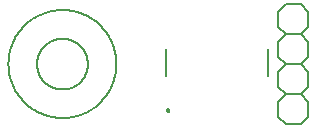
<source format=gbr>
G04 EAGLE Gerber RS-274X export*
G75*
%MOMM*%
%FSLAX34Y34*%
%LPD*%
%INSilkscreen Top*%
%IPPOS*%
%AMOC8*
5,1,8,0,0,1.08239X$1,22.5*%
G01*
%ADD10C,0.127000*%
%ADD11C,0.200000*%
%ADD12C,0.152400*%
%ADD13C,0.203200*%


D10*
X309950Y242300D02*
X309950Y265700D01*
X223450Y265700D02*
X223450Y242300D01*
D11*
X224700Y213500D02*
X224702Y213563D01*
X224708Y213625D01*
X224718Y213687D01*
X224731Y213749D01*
X224749Y213809D01*
X224770Y213868D01*
X224795Y213926D01*
X224824Y213982D01*
X224856Y214036D01*
X224891Y214088D01*
X224929Y214137D01*
X224971Y214185D01*
X225015Y214229D01*
X225063Y214271D01*
X225112Y214309D01*
X225164Y214344D01*
X225218Y214376D01*
X225274Y214405D01*
X225332Y214430D01*
X225391Y214451D01*
X225451Y214469D01*
X225513Y214482D01*
X225575Y214492D01*
X225637Y214498D01*
X225700Y214500D01*
X225763Y214498D01*
X225825Y214492D01*
X225887Y214482D01*
X225949Y214469D01*
X226009Y214451D01*
X226068Y214430D01*
X226126Y214405D01*
X226182Y214376D01*
X226236Y214344D01*
X226288Y214309D01*
X226337Y214271D01*
X226385Y214229D01*
X226429Y214185D01*
X226471Y214137D01*
X226509Y214088D01*
X226544Y214036D01*
X226576Y213982D01*
X226605Y213926D01*
X226630Y213868D01*
X226651Y213809D01*
X226669Y213749D01*
X226682Y213687D01*
X226692Y213625D01*
X226698Y213563D01*
X226700Y213500D01*
X226698Y213437D01*
X226692Y213375D01*
X226682Y213313D01*
X226669Y213251D01*
X226651Y213191D01*
X226630Y213132D01*
X226605Y213074D01*
X226576Y213018D01*
X226544Y212964D01*
X226509Y212912D01*
X226471Y212863D01*
X226429Y212815D01*
X226385Y212771D01*
X226337Y212729D01*
X226288Y212691D01*
X226236Y212656D01*
X226182Y212624D01*
X226126Y212595D01*
X226068Y212570D01*
X226009Y212549D01*
X225949Y212531D01*
X225887Y212518D01*
X225825Y212508D01*
X225763Y212502D01*
X225700Y212500D01*
X225637Y212502D01*
X225575Y212508D01*
X225513Y212518D01*
X225451Y212531D01*
X225391Y212549D01*
X225332Y212570D01*
X225274Y212595D01*
X225218Y212624D01*
X225164Y212656D01*
X225112Y212691D01*
X225063Y212729D01*
X225015Y212771D01*
X224971Y212815D01*
X224929Y212863D01*
X224891Y212912D01*
X224856Y212964D01*
X224824Y213018D01*
X224795Y213074D01*
X224770Y213132D01*
X224749Y213191D01*
X224731Y213251D01*
X224718Y213313D01*
X224708Y213375D01*
X224702Y213437D01*
X224700Y213500D01*
D12*
X338074Y252730D02*
X344424Y246380D01*
X344424Y233680D01*
X338074Y227330D01*
X325374Y227330D01*
X319024Y233680D01*
X319024Y246380D01*
X325374Y252730D01*
X344424Y284480D02*
X344424Y297180D01*
X344424Y284480D02*
X338074Y278130D01*
X325374Y278130D01*
X319024Y284480D01*
X338074Y278130D02*
X344424Y271780D01*
X344424Y259080D01*
X338074Y252730D01*
X325374Y252730D01*
X319024Y259080D01*
X319024Y271780D01*
X325374Y278130D01*
X325374Y303530D02*
X338074Y303530D01*
X344424Y297180D01*
X325374Y303530D02*
X319024Y297180D01*
X319024Y284480D01*
X344424Y220980D02*
X344424Y208280D01*
X338074Y201930D01*
X325374Y201930D01*
X319024Y208280D01*
X338074Y227330D02*
X344424Y220980D01*
X325374Y227330D02*
X319024Y220980D01*
X319024Y208280D01*
X90424Y252730D02*
X90438Y253852D01*
X90479Y254973D01*
X90548Y256093D01*
X90644Y257211D01*
X90768Y258327D01*
X90919Y259439D01*
X91097Y260546D01*
X91302Y261650D01*
X91535Y262747D01*
X91794Y263839D01*
X92080Y264924D01*
X92393Y266002D01*
X92732Y267072D01*
X93097Y268133D01*
X93488Y269184D01*
X93904Y270226D01*
X94346Y271258D01*
X94814Y272278D01*
X95306Y273286D01*
X95823Y274282D01*
X96364Y275265D01*
X96929Y276235D01*
X97517Y277190D01*
X98129Y278131D01*
X98764Y279056D01*
X99421Y279965D01*
X100101Y280858D01*
X100802Y281734D01*
X101524Y282593D01*
X102268Y283434D01*
X103031Y284256D01*
X103815Y285059D01*
X104618Y285843D01*
X105440Y286606D01*
X106281Y287350D01*
X107140Y288072D01*
X108016Y288773D01*
X108909Y289453D01*
X109818Y290110D01*
X110743Y290745D01*
X111684Y291357D01*
X112639Y291945D01*
X113609Y292510D01*
X114592Y293051D01*
X115588Y293568D01*
X116596Y294060D01*
X117616Y294528D01*
X118648Y294970D01*
X119690Y295386D01*
X120741Y295777D01*
X121802Y296142D01*
X122872Y296481D01*
X123950Y296794D01*
X125035Y297080D01*
X126127Y297339D01*
X127224Y297572D01*
X128328Y297777D01*
X129435Y297955D01*
X130547Y298106D01*
X131663Y298230D01*
X132781Y298326D01*
X133901Y298395D01*
X135022Y298436D01*
X136144Y298450D01*
X137266Y298436D01*
X138387Y298395D01*
X139507Y298326D01*
X140625Y298230D01*
X141741Y298106D01*
X142853Y297955D01*
X143960Y297777D01*
X145064Y297572D01*
X146161Y297339D01*
X147253Y297080D01*
X148338Y296794D01*
X149416Y296481D01*
X150486Y296142D01*
X151547Y295777D01*
X152598Y295386D01*
X153640Y294970D01*
X154672Y294528D01*
X155692Y294060D01*
X156700Y293568D01*
X157696Y293051D01*
X158679Y292510D01*
X159649Y291945D01*
X160604Y291357D01*
X161545Y290745D01*
X162470Y290110D01*
X163379Y289453D01*
X164272Y288773D01*
X165148Y288072D01*
X166007Y287350D01*
X166848Y286606D01*
X167670Y285843D01*
X168473Y285059D01*
X169257Y284256D01*
X170020Y283434D01*
X170764Y282593D01*
X171486Y281734D01*
X172187Y280858D01*
X172867Y279965D01*
X173524Y279056D01*
X174159Y278131D01*
X174771Y277190D01*
X175359Y276235D01*
X175924Y275265D01*
X176465Y274282D01*
X176982Y273286D01*
X177474Y272278D01*
X177942Y271258D01*
X178384Y270226D01*
X178800Y269184D01*
X179191Y268133D01*
X179556Y267072D01*
X179895Y266002D01*
X180208Y264924D01*
X180494Y263839D01*
X180753Y262747D01*
X180986Y261650D01*
X181191Y260546D01*
X181369Y259439D01*
X181520Y258327D01*
X181644Y257211D01*
X181740Y256093D01*
X181809Y254973D01*
X181850Y253852D01*
X181864Y252730D01*
X181850Y251608D01*
X181809Y250487D01*
X181740Y249367D01*
X181644Y248249D01*
X181520Y247133D01*
X181369Y246021D01*
X181191Y244914D01*
X180986Y243810D01*
X180753Y242713D01*
X180494Y241621D01*
X180208Y240536D01*
X179895Y239458D01*
X179556Y238388D01*
X179191Y237327D01*
X178800Y236276D01*
X178384Y235234D01*
X177942Y234202D01*
X177474Y233182D01*
X176982Y232174D01*
X176465Y231178D01*
X175924Y230195D01*
X175359Y229225D01*
X174771Y228270D01*
X174159Y227329D01*
X173524Y226404D01*
X172867Y225495D01*
X172187Y224602D01*
X171486Y223726D01*
X170764Y222867D01*
X170020Y222026D01*
X169257Y221204D01*
X168473Y220401D01*
X167670Y219617D01*
X166848Y218854D01*
X166007Y218110D01*
X165148Y217388D01*
X164272Y216687D01*
X163379Y216007D01*
X162470Y215350D01*
X161545Y214715D01*
X160604Y214103D01*
X159649Y213515D01*
X158679Y212950D01*
X157696Y212409D01*
X156700Y211892D01*
X155692Y211400D01*
X154672Y210932D01*
X153640Y210490D01*
X152598Y210074D01*
X151547Y209683D01*
X150486Y209318D01*
X149416Y208979D01*
X148338Y208666D01*
X147253Y208380D01*
X146161Y208121D01*
X145064Y207888D01*
X143960Y207683D01*
X142853Y207505D01*
X141741Y207354D01*
X140625Y207230D01*
X139507Y207134D01*
X138387Y207065D01*
X137266Y207024D01*
X136144Y207010D01*
X135022Y207024D01*
X133901Y207065D01*
X132781Y207134D01*
X131663Y207230D01*
X130547Y207354D01*
X129435Y207505D01*
X128328Y207683D01*
X127224Y207888D01*
X126127Y208121D01*
X125035Y208380D01*
X123950Y208666D01*
X122872Y208979D01*
X121802Y209318D01*
X120741Y209683D01*
X119690Y210074D01*
X118648Y210490D01*
X117616Y210932D01*
X116596Y211400D01*
X115588Y211892D01*
X114592Y212409D01*
X113609Y212950D01*
X112639Y213515D01*
X111684Y214103D01*
X110743Y214715D01*
X109818Y215350D01*
X108909Y216007D01*
X108016Y216687D01*
X107140Y217388D01*
X106281Y218110D01*
X105440Y218854D01*
X104618Y219617D01*
X103815Y220401D01*
X103031Y221204D01*
X102268Y222026D01*
X101524Y222867D01*
X100802Y223726D01*
X100101Y224602D01*
X99421Y225495D01*
X98764Y226404D01*
X98129Y227329D01*
X97517Y228270D01*
X96929Y229225D01*
X96364Y230195D01*
X95823Y231178D01*
X95306Y232174D01*
X94814Y233182D01*
X94346Y234202D01*
X93904Y235234D01*
X93488Y236276D01*
X93097Y237327D01*
X92732Y238388D01*
X92393Y239458D01*
X92080Y240536D01*
X91794Y241621D01*
X91535Y242713D01*
X91302Y243810D01*
X91097Y244914D01*
X90919Y246021D01*
X90768Y247133D01*
X90644Y248249D01*
X90548Y249367D01*
X90479Y250487D01*
X90438Y251608D01*
X90424Y252730D01*
D13*
X114644Y252730D02*
X114650Y253258D01*
X114670Y253785D01*
X114702Y254312D01*
X114748Y254837D01*
X114806Y255362D01*
X114877Y255885D01*
X114961Y256406D01*
X115057Y256924D01*
X115166Y257441D01*
X115288Y257954D01*
X115423Y258464D01*
X115570Y258971D01*
X115729Y259474D01*
X115901Y259973D01*
X116085Y260468D01*
X116281Y260958D01*
X116488Y261443D01*
X116708Y261922D01*
X116940Y262397D01*
X117183Y262865D01*
X117437Y263327D01*
X117703Y263783D01*
X117980Y264232D01*
X118267Y264675D01*
X118566Y265110D01*
X118875Y265538D01*
X119195Y265957D01*
X119524Y266369D01*
X119864Y266773D01*
X120214Y267169D01*
X120573Y267555D01*
X120941Y267933D01*
X121319Y268301D01*
X121705Y268660D01*
X122101Y269010D01*
X122505Y269350D01*
X122917Y269679D01*
X123336Y269999D01*
X123764Y270308D01*
X124199Y270607D01*
X124642Y270894D01*
X125091Y271171D01*
X125547Y271437D01*
X126009Y271691D01*
X126477Y271934D01*
X126952Y272166D01*
X127431Y272386D01*
X127916Y272593D01*
X128406Y272789D01*
X128901Y272973D01*
X129400Y273145D01*
X129903Y273304D01*
X130410Y273451D01*
X130920Y273586D01*
X131433Y273708D01*
X131950Y273817D01*
X132468Y273913D01*
X132989Y273997D01*
X133512Y274068D01*
X134037Y274126D01*
X134562Y274172D01*
X135089Y274204D01*
X135616Y274224D01*
X136144Y274230D01*
X136672Y274224D01*
X137199Y274204D01*
X137726Y274172D01*
X138251Y274126D01*
X138776Y274068D01*
X139299Y273997D01*
X139820Y273913D01*
X140338Y273817D01*
X140855Y273708D01*
X141368Y273586D01*
X141878Y273451D01*
X142385Y273304D01*
X142888Y273145D01*
X143387Y272973D01*
X143882Y272789D01*
X144372Y272593D01*
X144857Y272386D01*
X145336Y272166D01*
X145811Y271934D01*
X146279Y271691D01*
X146741Y271437D01*
X147197Y271171D01*
X147646Y270894D01*
X148089Y270607D01*
X148524Y270308D01*
X148952Y269999D01*
X149371Y269679D01*
X149783Y269350D01*
X150187Y269010D01*
X150583Y268660D01*
X150969Y268301D01*
X151347Y267933D01*
X151715Y267555D01*
X152074Y267169D01*
X152424Y266773D01*
X152764Y266369D01*
X153093Y265957D01*
X153413Y265538D01*
X153722Y265110D01*
X154021Y264675D01*
X154308Y264232D01*
X154585Y263783D01*
X154851Y263327D01*
X155105Y262865D01*
X155348Y262397D01*
X155580Y261922D01*
X155800Y261443D01*
X156007Y260958D01*
X156203Y260468D01*
X156387Y259973D01*
X156559Y259474D01*
X156718Y258971D01*
X156865Y258464D01*
X157000Y257954D01*
X157122Y257441D01*
X157231Y256924D01*
X157327Y256406D01*
X157411Y255885D01*
X157482Y255362D01*
X157540Y254837D01*
X157586Y254312D01*
X157618Y253785D01*
X157638Y253258D01*
X157644Y252730D01*
X157638Y252202D01*
X157618Y251675D01*
X157586Y251148D01*
X157540Y250623D01*
X157482Y250098D01*
X157411Y249575D01*
X157327Y249054D01*
X157231Y248536D01*
X157122Y248019D01*
X157000Y247506D01*
X156865Y246996D01*
X156718Y246489D01*
X156559Y245986D01*
X156387Y245487D01*
X156203Y244992D01*
X156007Y244502D01*
X155800Y244017D01*
X155580Y243538D01*
X155348Y243063D01*
X155105Y242595D01*
X154851Y242133D01*
X154585Y241677D01*
X154308Y241228D01*
X154021Y240785D01*
X153722Y240350D01*
X153413Y239922D01*
X153093Y239503D01*
X152764Y239091D01*
X152424Y238687D01*
X152074Y238291D01*
X151715Y237905D01*
X151347Y237527D01*
X150969Y237159D01*
X150583Y236800D01*
X150187Y236450D01*
X149783Y236110D01*
X149371Y235781D01*
X148952Y235461D01*
X148524Y235152D01*
X148089Y234853D01*
X147646Y234566D01*
X147197Y234289D01*
X146741Y234023D01*
X146279Y233769D01*
X145811Y233526D01*
X145336Y233294D01*
X144857Y233074D01*
X144372Y232867D01*
X143882Y232671D01*
X143387Y232487D01*
X142888Y232315D01*
X142385Y232156D01*
X141878Y232009D01*
X141368Y231874D01*
X140855Y231752D01*
X140338Y231643D01*
X139820Y231547D01*
X139299Y231463D01*
X138776Y231392D01*
X138251Y231334D01*
X137726Y231288D01*
X137199Y231256D01*
X136672Y231236D01*
X136144Y231230D01*
X135616Y231236D01*
X135089Y231256D01*
X134562Y231288D01*
X134037Y231334D01*
X133512Y231392D01*
X132989Y231463D01*
X132468Y231547D01*
X131950Y231643D01*
X131433Y231752D01*
X130920Y231874D01*
X130410Y232009D01*
X129903Y232156D01*
X129400Y232315D01*
X128901Y232487D01*
X128406Y232671D01*
X127916Y232867D01*
X127431Y233074D01*
X126952Y233294D01*
X126477Y233526D01*
X126009Y233769D01*
X125547Y234023D01*
X125091Y234289D01*
X124642Y234566D01*
X124199Y234853D01*
X123764Y235152D01*
X123336Y235461D01*
X122917Y235781D01*
X122505Y236110D01*
X122101Y236450D01*
X121705Y236800D01*
X121319Y237159D01*
X120941Y237527D01*
X120573Y237905D01*
X120214Y238291D01*
X119864Y238687D01*
X119524Y239091D01*
X119195Y239503D01*
X118875Y239922D01*
X118566Y240350D01*
X118267Y240785D01*
X117980Y241228D01*
X117703Y241677D01*
X117437Y242133D01*
X117183Y242595D01*
X116940Y243063D01*
X116708Y243538D01*
X116488Y244017D01*
X116281Y244502D01*
X116085Y244992D01*
X115901Y245487D01*
X115729Y245986D01*
X115570Y246489D01*
X115423Y246996D01*
X115288Y247506D01*
X115166Y248019D01*
X115057Y248536D01*
X114961Y249054D01*
X114877Y249575D01*
X114806Y250098D01*
X114748Y250623D01*
X114702Y251148D01*
X114670Y251675D01*
X114650Y252202D01*
X114644Y252730D01*
M02*

</source>
